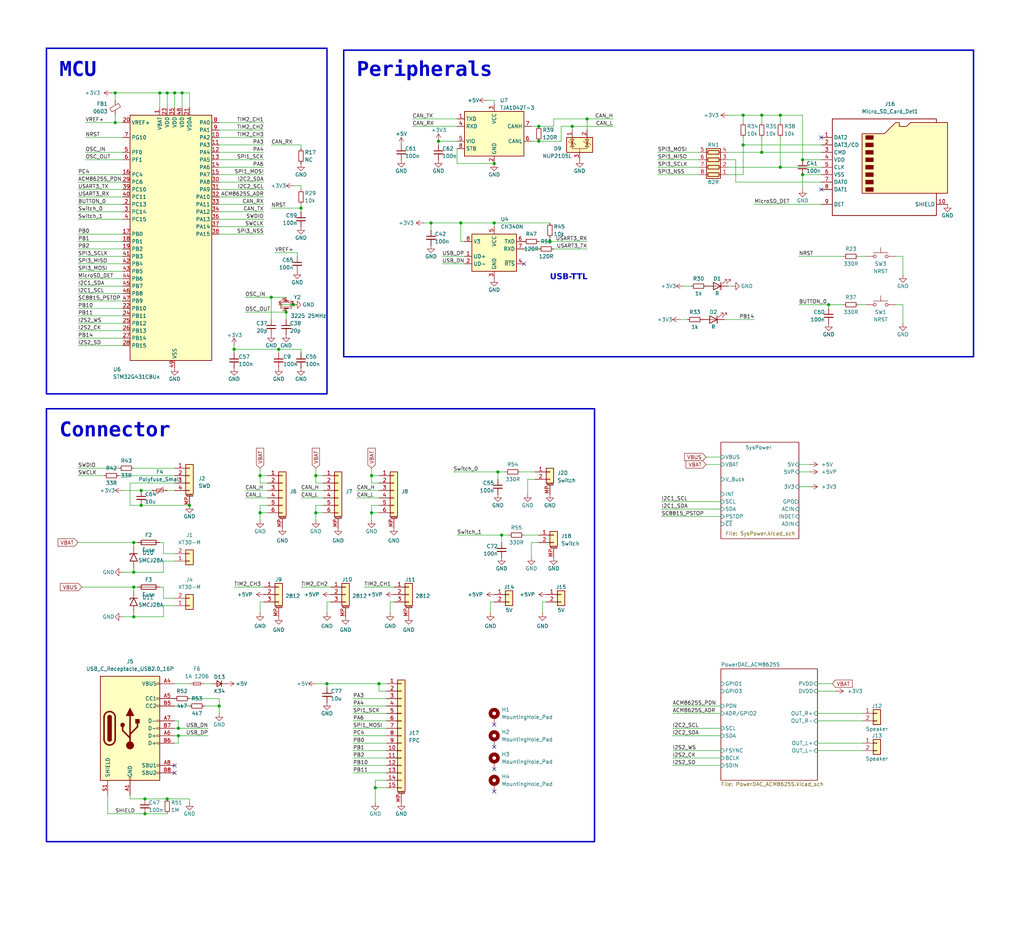
<source format=kicad_sch>
(kicad_sch (version 20231120) (generator "eeschema") (generator_version "8.0")
  (paper "User" 350 320)
  (junction (at 62.23 31.75))
  (junction (at 74.93 241.3))
  (junction (at 187.96 82.55))
  (junction (at 184.15 43.18))
  (junction (at 184.15 48.26))
  (junction (at 254 49.53))
  (junction (at 274.32 59.69))
  (junction (at 260.35 39.37))
  (junction (at 266.7 39.37))
  (junction (at 59.69 31.75))
  (junction (at 39.37 41.91))
  (junction (at 171.45 182.88))
  (junction (at 127 162.56))
  (junction (at 92.71 101.6))
  (junction (at 111.76 233.68))
  (junction (at 266.7 57.15))
  (junction (at 200.66 40.64))
  (junction (at 95.25 119.38))
  (junction (at 48.26 172.72))
  (junction (at 57.15 273.05))
  (junction (at 128.27 269.24))
  (junction (at 147.32 76.2))
  (junction (at 49.53 273.05))
  (junction (at 60.96 248.92))
  (junction (at 195.58 43.18))
  (junction (at 100.33 104.14))
  (junction (at 49.53 278.13))
  (junction (at 170.18 161.29))
  (junction (at 48.26 167.64))
  (junction (at 45.72 195.58))
  (junction (at 107.95 162.56))
  (junction (at 45.72 185.42))
  (junction (at 254 39.37))
  (junction (at 45.72 210.82))
  (junction (at 168.91 55.88))
  (junction (at 127 175.26))
  (junction (at 80.01 119.38))
  (junction (at 129.54 233.68))
  (junction (at 54.61 31.75))
  (junction (at 283.21 104.14))
  (junction (at 274.32 54.61))
  (junction (at 260.35 52.07))
  (junction (at 57.15 31.75))
  (junction (at 88.9 162.56))
  (junction (at 88.9 175.26))
  (junction (at 107.95 175.26))
  (junction (at 157.48 76.2))
  (junction (at 45.72 200.66))
  (junction (at 60.96 251.46))
  (junction (at 64.77 172.72))
  (junction (at 102.87 71.12))
  (junction (at 39.37 31.75))
  (junction (at 97.79 106.68))
  (junction (at 168.91 76.2))
  (junction (at 149.86 48.26))
  (no_connect (at 168.91 255.27))
  (no_connect (at 280.67 64.77))
  (no_connect (at 168.91 270.51))
  (no_connect (at 168.91 262.89))
  (no_connect (at 280.67 46.99))
  (no_connect (at 179.07 90.17))
  (no_connect (at 59.69 261.62))
  (no_connect (at 59.69 264.16))
  (no_connect (at 168.91 247.65))
  (wire (pts (xy 39.37 31.75) (xy 54.61 31.75)))
  (wire (pts (xy 26.67 160.02) (xy 40.64 160.02)))
  (wire (pts (xy 29.21 46.99) (xy 41.91 46.99)))
  (wire (pts (xy 107.95 233.68) (xy 111.76 233.68)))
  (wire (pts (xy 154.94 161.29) (xy 170.18 161.29)))
  (wire (pts (xy 44.45 271.78) (xy 44.45 273.05)))
  (wire (pts (xy 129.54 233.68) (xy 132.08 233.68)))
  (wire (pts (xy 229.87 243.84) (xy 246.38 243.84)))
  (wire (pts (xy 39.37 41.91) (xy 41.91 41.91)))
  (wire (pts (xy 180.34 168.91) (xy 180.34 163.83)))
  (wire (pts (xy 80.01 119.38) (xy 95.25 119.38)))
  (wire (pts (xy 308.61 87.63) (xy 308.61 93.98)))
  (wire (pts (xy 184.15 82.55) (xy 187.96 82.55)))
  (wire (pts (xy 189.23 40.64) (xy 189.23 43.18)))
  (wire (pts (xy 83.82 101.6) (xy 92.71 101.6)))
  (wire (pts (xy 80.01 118.11) (xy 80.01 119.38)))
  (wire (pts (xy 132.08 266.7) (xy 128.27 266.7)))
  (wire (pts (xy 59.69 31.75) (xy 62.23 31.75)))
  (wire (pts (xy 55.88 200.66) (xy 54.61 200.66)))
  (wire (pts (xy 120.65 243.84) (xy 132.08 243.84)))
  (wire (pts (xy 200.66 40.64) (xy 209.55 40.64)))
  (wire (pts (xy 60.96 254) (xy 60.96 251.46)))
  (wire (pts (xy 170.18 161.29) (xy 170.18 163.83)))
  (wire (pts (xy 224.79 57.15) (xy 238.76 57.15)))
  (wire (pts (xy 26.67 100.33) (xy 41.91 100.33)))
  (wire (pts (xy 110.49 165.1) (xy 107.95 165.1)))
  (wire (pts (xy 44.45 273.05) (xy 49.53 273.05)))
  (wire (pts (xy 172.72 161.29) (xy 170.18 161.29)))
  (wire (pts (xy 27.94 200.66) (xy 45.72 200.66)))
  (wire (pts (xy 26.67 107.95) (xy 41.91 107.95)))
  (wire (pts (xy 91.44 172.72) (xy 88.9 172.72)))
  (wire (pts (xy 189.23 40.64) (xy 200.66 40.64)))
  (wire (pts (xy 80.01 119.38) (xy 80.01 120.65)))
  (wire (pts (xy 45.72 160.02) (xy 59.69 160.02)))
  (wire (pts (xy 248.92 39.37) (xy 254 39.37)))
  (wire (pts (xy 60.96 246.38) (xy 60.96 248.92)))
  (wire (pts (xy 74.93 69.85) (xy 90.17 69.85)))
  (wire (pts (xy 229.87 251.46) (xy 246.38 251.46)))
  (wire (pts (xy 88.9 172.72) (xy 88.9 175.26)))
  (wire (pts (xy 54.61 31.75) (xy 54.61 36.83)))
  (wire (pts (xy 229.87 241.3) (xy 246.38 241.3)))
  (wire (pts (xy 186.69 205.74) (xy 185.42 205.74)))
  (wire (pts (xy 189.23 43.18) (xy 184.15 43.18)))
  (wire (pts (xy 127 175.26) (xy 127 177.8)))
  (wire (pts (xy 187.96 81.28) (xy 187.96 82.55)))
  (wire (pts (xy 140.97 40.64) (xy 156.21 40.64)))
  (wire (pts (xy 64.77 273.05) (xy 64.77 274.32)))
  (wire (pts (xy 88.9 175.26) (xy 88.9 177.8)))
  (wire (pts (xy 80.01 200.66) (xy 90.17 200.66)))
  (wire (pts (xy 26.67 90.17) (xy 41.91 90.17)))
  (wire (pts (xy 111.76 205.74) (xy 111.76 209.55)))
  (wire (pts (xy 60.96 248.92) (xy 71.12 248.92)))
  (wire (pts (xy 279.4 236.22) (xy 285.75 236.22)))
  (wire (pts (xy 74.93 54.61) (xy 90.17 54.61)))
  (wire (pts (xy 226.06 176.53) (xy 246.38 176.53)))
  (wire (pts (xy 54.61 31.75) (xy 57.15 31.75)))
  (wire (pts (xy 246.38 158.75) (xy 241.3 158.75)))
  (wire (pts (xy 168.91 205.74) (xy 167.64 205.74)))
  (wire (pts (xy 120.65 254) (xy 132.08 254)))
  (wire (pts (xy 177.8 161.29) (xy 182.88 161.29)))
  (wire (pts (xy 185.42 205.74) (xy 185.42 209.55)))
  (wire (pts (xy 93.98 86.36) (xy 101.6 86.36)))
  (wire (pts (xy 107.95 175.26) (xy 110.49 175.26)))
  (wire (pts (xy 26.67 110.49) (xy 41.91 110.49)))
  (wire (pts (xy 88.9 175.26) (xy 91.44 175.26)))
  (wire (pts (xy 69.85 241.3) (xy 74.93 241.3)))
  (wire (pts (xy 279.4 254) (xy 294.64 254)))
  (wire (pts (xy 49.53 278.13) (xy 57.15 278.13)))
  (wire (pts (xy 134.62 205.74) (xy 133.35 205.74)))
  (wire (pts (xy 168.91 76.2) (xy 157.48 76.2)))
  (wire (pts (xy 226.06 171.45) (xy 246.38 171.45)))
  (wire (pts (xy 128.27 266.7) (xy 128.27 269.24)))
  (wire (pts (xy 57.15 167.64) (xy 59.69 167.64)))
  (wire (pts (xy 233.68 97.79) (xy 236.22 97.79)))
  (wire (pts (xy 44.45 172.72) (xy 48.26 172.72)))
  (wire (pts (xy 120.65 264.16) (xy 132.08 264.16)))
  (wire (pts (xy 129.54 236.22) (xy 129.54 233.68)))
  (wire (pts (xy 95.25 119.38) (xy 95.25 120.65)))
  (wire (pts (xy 102.87 119.38) (xy 102.87 120.65)))
  (wire (pts (xy 74.93 77.47) (xy 90.17 77.47)))
  (wire (pts (xy 229.87 248.92) (xy 246.38 248.92)))
  (wire (pts (xy 88.9 205.74) (xy 88.9 209.55)))
  (wire (pts (xy 266.7 46.99) (xy 266.7 57.15)))
  (wire (pts (xy 40.64 162.56) (xy 59.69 162.56)))
  (wire (pts (xy 254 39.37) (xy 260.35 39.37)))
  (wire (pts (xy 200.66 40.64) (xy 200.66 44.45)))
  (wire (pts (xy 107.95 175.26) (xy 107.95 177.8)))
  (wire (pts (xy 26.67 74.93) (xy 41.91 74.93)))
  (wire (pts (xy 279.4 246.38) (xy 294.64 246.38)))
  (wire (pts (xy 102.87 200.66) (xy 113.03 200.66)))
  (wire (pts (xy 229.87 256.54) (xy 246.38 256.54)))
  (wire (pts (xy 241.3 156.21) (xy 246.38 156.21)))
  (wire (pts (xy 26.67 87.63) (xy 41.91 87.63)))
  (wire (pts (xy 168.91 34.29) (xy 168.91 35.56)))
  (wire (pts (xy 257.81 69.85) (xy 280.67 69.85)))
  (wire (pts (xy 111.76 233.68) (xy 129.54 233.68)))
  (wire (pts (xy 181.61 185.42) (xy 184.15 185.42)))
  (wire (pts (xy 293.37 87.63) (xy 295.91 87.63)))
  (wire (pts (xy 92.71 101.6) (xy 97.79 101.6)))
  (wire (pts (xy 224.79 59.69) (xy 238.76 59.69)))
  (wire (pts (xy 156.21 50.8) (xy 156.21 55.88)))
  (wire (pts (xy 92.71 101.6) (xy 92.71 109.22)))
  (wire (pts (xy 129.54 172.72) (xy 127 172.72)))
  (wire (pts (xy 29.21 54.61) (xy 41.91 54.61)))
  (wire (pts (xy 151.13 90.17) (xy 158.75 90.17)))
  (wire (pts (xy 41.91 195.58) (xy 45.72 195.58)))
  (wire (pts (xy 120.65 261.62) (xy 132.08 261.62)))
  (wire (pts (xy 59.69 189.23) (xy 55.88 189.23)))
  (wire (pts (xy 74.93 241.3) (xy 74.93 243.84)))
  (wire (pts (xy 26.67 64.77) (xy 41.91 64.77)))
  (wire (pts (xy 55.88 185.42) (xy 54.61 185.42)))
  (wire (pts (xy 62.23 31.75) (xy 62.23 36.83)))
  (wire (pts (xy 26.67 118.11) (xy 41.91 118.11)))
  (wire (pts (xy 229.87 259.08) (xy 246.38 259.08)))
  (wire (pts (xy 147.32 76.2) (xy 147.32 78.74)))
  (wire (pts (xy 191.77 43.18) (xy 191.77 48.26)))
  (wire (pts (xy 107.95 160.02) (xy 107.95 162.56)))
  (wire (pts (xy 49.53 273.05) (xy 57.15 273.05)))
  (wire (pts (xy 64.77 238.76) (xy 74.93 238.76)))
  (wire (pts (xy 279.4 233.68) (xy 284.48 233.68)))
  (wire (pts (xy 55.88 189.23) (xy 55.88 185.42)))
  (wire (pts (xy 273.05 104.14) (xy 283.21 104.14)))
  (wire (pts (xy 102.87 71.12) (xy 102.87 72.39)))
  (wire (pts (xy 74.93 41.91) (xy 90.17 41.91)))
  (wire (pts (xy 64.77 31.75) (xy 64.77 36.83)))
  (wire (pts (xy 26.67 92.71) (xy 41.91 92.71)))
  (wire (pts (xy 74.93 80.01) (xy 90.17 80.01)))
  (wire (pts (xy 45.72 210.82) (xy 45.72 209.55)))
  (wire (pts (xy 129.54 167.64) (xy 121.92 167.64)))
  (wire (pts (xy 132.08 236.22) (xy 129.54 236.22)))
  (wire (pts (xy 184.15 48.26) (xy 191.77 48.26)))
  (wire (pts (xy 59.69 248.92) (xy 60.96 248.92)))
  (wire (pts (xy 92.71 71.12) (xy 102.87 71.12)))
  (wire (pts (xy 39.37 39.37) (xy 39.37 41.91)))
  (wire (pts (xy 74.93 72.39) (xy 90.17 72.39)))
  (wire (pts (xy 127 175.26) (xy 129.54 175.26)))
  (wire (pts (xy 120.65 259.08) (xy 132.08 259.08)))
  (wire (pts (xy 26.67 85.09) (xy 41.91 85.09)))
  (wire (pts (xy 88.9 160.02) (xy 88.9 162.56)))
  (wire (pts (xy 120.65 248.92) (xy 132.08 248.92)))
  (wire (pts (xy 127 160.02) (xy 127 162.56)))
  (wire (pts (xy 226.06 173.99) (xy 246.38 173.99)))
  (wire (pts (xy 224.79 54.61) (xy 238.76 54.61)))
  (wire (pts (xy 92.71 49.53) (xy 102.87 49.53)))
  (wire (pts (xy 260.35 52.07) (xy 280.67 52.07)))
  (wire (pts (xy 26.67 113.03) (xy 41.91 113.03)))
  (wire (pts (xy 179.07 182.88) (xy 184.15 182.88)))
  (wire (pts (xy 266.7 57.15) (xy 280.67 57.15)))
  (wire (pts (xy 266.7 39.37) (xy 274.32 39.37)))
  (wire (pts (xy 124.46 200.66) (xy 134.62 200.66)))
  (wire (pts (xy 74.93 238.76) (xy 74.93 241.3)))
  (wire (pts (xy 279.4 243.84) (xy 294.64 243.84)))
  (wire (pts (xy 74.93 46.99) (xy 90.17 46.99)))
  (wire (pts (xy 74.93 59.69) (xy 90.17 59.69)))
  (wire (pts (xy 184.15 43.18) (xy 181.61 43.18)))
  (wire (pts (xy 74.93 64.77) (xy 90.17 64.77)))
  (wire (pts (xy 229.87 261.62) (xy 246.38 261.62)))
  (wire (pts (xy 274.32 54.61) (xy 280.67 54.61)))
  (wire (pts (xy 36.83 278.13) (xy 49.53 278.13)))
  (wire (pts (xy 26.67 69.85) (xy 41.91 69.85)))
  (wire (pts (xy 306.07 104.14) (xy 308.61 104.14)))
  (wire (pts (xy 195.58 43.18) (xy 209.55 43.18)))
  (wire (pts (xy 266.7 39.37) (xy 266.7 41.91)))
  (wire (pts (xy 293.37 104.14) (xy 295.91 104.14)))
  (wire (pts (xy 59.69 31.75) (xy 59.69 36.83)))
  (wire (pts (xy 273.05 166.37) (xy 276.86 166.37)))
  (wire (pts (xy 100.33 63.5) (xy 102.87 63.5)))
  (wire (pts (xy 88.9 165.1) (xy 88.9 162.56)))
  (wire (pts (xy 149.86 48.26) (xy 156.21 48.26)))
  (wire (pts (xy 46.99 200.66) (xy 45.72 200.66)))
  (wire (pts (xy 74.93 62.23) (xy 90.17 62.23)))
  (wire (pts (xy 95.25 119.38) (xy 102.87 119.38)))
  (wire (pts (xy 59.69 246.38) (xy 60.96 246.38)))
  (wire (pts (xy 129.54 170.18) (xy 121.92 170.18)))
  (wire (pts (xy 232.41 109.22) (xy 234.95 109.22)))
  (wire (pts (xy 26.67 102.87) (xy 41.91 102.87)))
  (wire (pts (xy 283.21 104.14) (xy 283.21 105.41)))
  (wire (pts (xy 107.95 172.72) (xy 107.95 175.26)))
  (wire (pts (xy 97.79 106.68) (xy 97.79 109.22)))
  (wire (pts (xy 283.21 104.14) (xy 288.29 104.14)))
  (wire (pts (xy 26.67 185.42) (xy 45.72 185.42)))
  (wire (pts (xy 250.19 97.79) (xy 248.92 97.79)))
  (wire (pts (xy 107.95 165.1) (xy 107.95 162.56)))
  (wire (pts (xy 26.67 162.56) (xy 35.56 162.56)))
  (wire (pts (xy 257.81 109.22) (xy 247.65 109.22)))
  (wire (pts (xy 260.35 39.37) (xy 266.7 39.37)))
  (wire (pts (xy 171.45 182.88) (xy 171.45 185.42)))
  (wire (pts (xy 156.21 182.88) (xy 171.45 182.88)))
  (wire (pts (xy 147.32 76.2) (xy 157.48 76.2)))
  (wire (pts (xy 156.21 55.88) (xy 168.91 55.88)))
  (wire (pts (xy 26.67 80.01) (xy 41.91 80.01)))
  (wire (pts (xy 74.93 52.07) (xy 90.17 52.07)))
  (wire (pts (xy 26.67 82.55) (xy 41.91 82.55)))
  (wire (pts (xy 133.35 205.74) (xy 133.35 209.55)))
  (wire (pts (xy 29.21 41.91) (xy 39.37 41.91)))
  (wire (pts (xy 29.21 52.07) (xy 41.91 52.07)))
  (wire (pts (xy 140.97 43.18) (xy 156.21 43.18)))
  (wire (pts (xy 157.48 76.2) (xy 157.48 82.55)))
  (wire (pts (xy 26.67 105.41) (xy 41.91 105.41)))
  (wire (pts (xy 273.05 87.63) (xy 288.29 87.63)))
  (wire (pts (xy 44.45 165.1) (xy 59.69 165.1)))
  (wire (pts (xy 74.93 44.45) (xy 90.17 44.45)))
  (wire (pts (xy 48.26 172.72) (xy 64.77 172.72)))
  (wire (pts (xy 45.72 195.58) (xy 45.72 194.31)))
  (wire (pts (xy 59.69 254) (xy 60.96 254)))
  (wire (pts (xy 167.64 205.74) (xy 167.64 209.55)))
  (wire (pts (xy 110.49 170.18) (xy 102.87 170.18)))
  (wire (pts (xy 120.65 256.54) (xy 132.08 256.54)))
  (wire (pts (xy 127 162.56) (xy 129.54 162.56)))
  (wire (pts (xy 151.13 87.63) (xy 158.75 87.63)))
  (wire (pts (xy 254 46.99) (xy 254 49.53)))
  (wire (pts (xy 195.58 43.18) (xy 195.58 44.45)))
  (wire (pts (xy 101.6 86.36) (xy 101.6 87.63)))
  (wire (pts (xy 149.86 48.26) (xy 149.86 49.53)))
  (wire (pts (xy 55.88 195.58) (xy 45.72 195.58)))
  (wire (pts (xy 39.37 31.75) (xy 39.37 34.29)))
  (wire (pts (xy 113.03 205.74) (xy 111.76 205.74)))
  (wire (pts (xy 260.35 39.37) (xy 260.35 41.91)))
  (wire (pts (xy 74.93 57.15) (xy 90.17 57.15)))
  (wire (pts (xy 26.67 67.31) (xy 41.91 67.31)))
  (wire (pts (xy 88.9 162.56) (xy 91.44 162.56)))
  (wire (pts (xy 129.54 165.1) (xy 127 165.1)))
  (wire (pts (xy 48.26 167.64) (xy 52.07 167.64)))
  (wire (pts (xy 274.32 39.37) (xy 274.32 54.61)))
  (wire (pts (xy 166.37 34.29) (xy 168.91 34.29)))
  (wire (pts (xy 128.27 269.24) (xy 132.08 269.24)))
  (wire (pts (xy 45.72 185.42) (xy 45.72 186.69)))
  (wire (pts (xy 36.83 271.78) (xy 36.83 278.13)))
  (wire (pts (xy 91.44 167.64) (xy 83.82 167.64)))
  (wire (pts (xy 102.87 63.5) (xy 102.87 64.77)))
  (wire (pts (xy 83.82 106.68) (xy 97.79 106.68)))
  (wire (pts (xy 26.67 72.39) (xy 41.91 72.39)))
  (wire (pts (xy 181.61 48.26) (xy 184.15 48.26)))
  (wire (pts (xy 157.48 82.55) (xy 158.75 82.55)))
  (wire (pts (xy 191.77 43.18) (xy 195.58 43.18)))
  (wire (pts (xy 127 165.1) (xy 127 162.56)))
  (wire (pts (xy 273.05 161.29) (xy 276.86 161.29)))
  (wire (pts (xy 251.46 54.61) (xy 251.46 62.23)))
  (wire (pts (xy 38.1 31.75) (xy 39.37 31.75)))
  (wire (pts (xy 273.05 158.75) (xy 276.86 158.75)))
  (wire (pts (xy 144.78 76.2) (xy 147.32 76.2)))
  (wire (pts (xy 251.46 62.23) (xy 280.67 62.23)))
  (wire (pts (xy 120.65 238.76) (xy 132.08 238.76)))
  (wire (pts (xy 107.95 162.56) (xy 110.49 162.56)))
  (wire (pts (xy 26.67 62.23) (xy 41.91 62.23)))
  (wire (pts (xy 173.99 182.88) (xy 171.45 182.88)))
  (wire (pts (xy 254 49.53) (xy 254 59.69)))
  (wire (pts (xy 254 39.37) (xy 254 41.91)))
  (wire (pts (xy 95.25 104.14) (xy 100.33 104.14)))
  (wire (pts (xy 168.91 76.2) (xy 187.96 76.2)))
  (wire (pts (xy 187.96 82.55) (xy 200.66 82.55)))
  (wire (pts (xy 59.69 241.3) (xy 64.77 241.3)))
  (wire (pts (xy 308.61 104.14) (xy 308.61 110.49)))
  (wire (pts (xy 128.27 269.24) (xy 128.27 274.32)))
  (wire (pts (xy 120.65 251.46) (xy 132.08 251.46)))
  (wire (pts (xy 90.17 205.74) (xy 88.9 205.74)))
  (wire (pts (xy 55.88 204.47) (xy 55.88 200.66)))
  (wire (pts (xy 59.69 251.46) (xy 60.96 251.46)))
  (wire (pts (xy 120.65 241.3) (xy 132.08 241.3)))
  (wire (pts (xy 248.92 59.69) (xy 254 59.69)))
  (wire (pts (xy 41.91 167.64) (xy 48.26 167.64)))
  (wire (pts (xy 274.32 59.69) (xy 274.32 64.77)))
  (wire (pts (xy 189.23 85.09) (xy 200.66 85.09)))
  (wire (pts (xy 279.4 256.54) (xy 294.64 256.54)))
  (wire (pts (xy 102.87 49.53) (xy 102.87 50.8)))
  (wire (pts (xy 74.93 67.31) (xy 90.17 67.31)))
  (wire (pts (xy 248.92 52.07) (xy 260.35 52.07)))
  (wire (pts (xy 127 172.72) (xy 127 175.26)))
  (wire (pts (xy 111.76 233.68) (xy 111.76 234.95)))
  (wire (pts (xy 60.96 251.46) (xy 71.12 251.46)))
  (wire (pts (xy 120.65 246.38) (xy 132.08 246.38)))
  (wire (pts (xy 55.88 191.77) (xy 55.88 195.58)))
  (wire (pts (xy 41.91 210.82) (xy 45.72 210.82)))
  (wire (pts (xy 59.69 191.77) (xy 55.88 191.77)))
  (wire (pts (xy 248.92 57.15) (xy 266.7 57.15)))
  (wire (pts (xy 179.07 85.09) (xy 184.15 85.09)))
  (wire (pts (xy 57.15 31.75) (xy 57.15 36.83)))
  (wire (pts (xy 102.87 69.85) (xy 102.87 71.12)))
  (wire (pts (xy 274.32 59.69) (xy 280.67 59.69)))
  (wire (pts (xy 57.15 273.05) (xy 64.77 273.05)))
  (wire (pts (xy 26.67 97.79) (xy 41.91 97.79)))
  (wire (pts (xy 181.61 190.5) (xy 181.61 185.42)))
  (wire (pts (xy 260.35 46.99) (xy 260.35 52.07)))
  (wire (pts (xy 74.93 49.53) (xy 90.17 49.53)))
  (wire (pts (xy 110.49 172.72) (xy 107.95 172.72)))
  (wire (pts (xy 69.85 233.68) (xy 72.39 233.68)))
  (wire (pts (xy 248.92 54.61) (xy 251.46 54.61)))
  (wire (pts (xy 26.67 95.25) (xy 41.91 95.25)))
  (wire (pts (xy 26.67 59.69) (xy 41.91 59.69)))
  (wire (pts (xy 59.69 204.47) (xy 55.88 204.47)))
  (wire (pts (xy 91.44 165.1) (xy 88.9 165.1)))
  (wire (pts (xy 306.07 87.63) (xy 308.61 87.63)))
  (wire (pts (xy 254 49.53) (xy 280.67 49.53)))
  (wire (pts (xy 62.23 31.75) (xy 64.77 31.75)))
  (wire (pts (xy 180.34 163.83) (xy 182.88 163.83)))
  (wire (pts (xy 59.69 233.68) (xy 64.77 233.68)))
  (wire (pts (xy 57.15 31.75) (xy 59.69 31.75)))
  (wire (pts (xy 168.91 77.47) (xy 168.91 76.2)))
  (wire (pts (xy 59.69 207.01) (xy 55.88 207.01)))
  (wire (pts (xy 46.99 185.42) (xy 45.72 185.42)))
  (wire (pts (xy 26.67 115.57) (xy 41.91 115.57)))
  (wire (pts (xy 44.45 165.1) (xy 44.45 172.72)))
  (wire (pts (xy 55.88 207.01) (xy 55.88 210.82)))
  (wire (pts (xy 224.79 52.07) (xy 238.76 52.07)))
  (wire (pts (xy 55.88 210.82) (xy 45.72 210.82)))
  (wire (pts (xy 110.49 167.64) (xy 102.87 167.64)))
  (wire (pts (xy 74.93 74.93) (xy 90.17 74.93)))
  (wire (pts (xy 45.72 200.66) (xy 45.72 201.93)))
  (wire (pts (xy 91.44 170.18) (xy 83.82 170.18)))
  (rectangle (start 15.875 139.7) (end 203.2 287.655) (stroke (width 0.5)))
  (rectangle (start 15.875 16.51) (end 111.76 134.62) (stroke (width 0.5)))
  (rectangle (start 117.475 17.145) (end 332.74 121.92) (stroke (width 0.5)))
  (text "Peripherals" (at 121.92 25.4 0) (effects (font (size 5 5) (thickness 0.6) (bold yes)) (justify left)))
  (text "USB-TTL" (at 187.96 96.52 0) (effects (font (size 2 2) (thickness 0.4) (bold yes)) (justify left bottom)))
  (text "MCU" (at 20.32 25.4 0) (effects (font (size 5 5) (thickness 0.6) (bold yes)) (justify left)))
  (text "Connector" (at 20.32 148.59 0) (effects (font (size 5 5) (thickness 0.6) (bold yes)) (justify left)))
  (label "PA6" (at 120.65 246.38 0))
  (label "OSC_OUT" (at 29.21 54.61 0))
  (label "Switch_1" (at 26.67 74.93 0))
  (label "TIM2_CH2" (at 102.87 200.66 0))
  (label "PB0" (at 120.65 254 0))
  (label "PB0" (at 26.67 80.01 0))
  (label "I2S2_CK" (at 26.67 113.03 0))
  (label "NRST" (at 29.21 46.99 0))
  (label "TIM2_CH1" (at 124.46 200.66 0))
  (label "PB1" (at 26.67 82.55 0))
  (label "CAN_TX" (at 90.17 72.39 180))
  (label "SC8815_PSTOP" (at 226.06 176.53 0))
  (label "SPI1_MOSI" (at 120.65 248.92 0))
  (label "I2C2_SCL" (at 90.17 64.77 180))
  (label "ACM8625S_ADR" (at 90.17 67.31 180))
  (label "USART3_RX" (at 200.66 82.55 180))
  (label "PA4" (at 90.17 52.07 180))
  (label "BUTTON_0" (at 26.67 69.85 0))
  (label "PB10" (at 120.65 261.62 0))
  (label "SWCLK" (at 26.67 162.56 0))
  (label "VREF+" (at 93.98 86.36 0))
  (label "USB_DN" (at 71.12 248.92 180))
  (label "I2C2_SCL" (at 229.87 248.92 0))
  (label "PB11" (at 120.65 264.16 0))
  (label "PC4" (at 26.67 59.69 0))
  (label "USB_DP" (at 71.12 251.46 180))
  (label "NRST" (at 92.71 71.12 0))
  (label "NRST" (at 273.05 87.63 0))
  (label "Switch_1" (at 156.21 182.88 0))
  (label "USB_DP" (at 151.13 87.63 0))
  (label "PA4" (at 120.65 241.3 0))
  (label "PC4" (at 120.65 251.46 0))
  (label "PA3" (at 120.65 238.76 0))
  (label "BUTTON_0" (at 273.05 104.14 0))
  (label "TIM2_CH3" (at 90.17 46.99 180))
  (label "SPI3_NSS" (at 90.17 80.01 180))
  (label "I2S2_SD" (at 26.67 118.11 0))
  (label "PB14" (at 26.67 115.57 0))
  (label "CAN_RX" (at 140.97 43.18 0))
  (label "CAN_L" (at 83.82 170.18 0))
  (label "CAN_L" (at 102.87 170.18 0))
  (label "I2C2_SDA" (at 229.87 251.46 0))
  (label "I2C1_SDA" (at 26.67 97.79 0))
  (label "USART3_TX" (at 200.66 85.09 180))
  (label "CAN_RX" (at 90.17 69.85 180))
  (label "SPI3_MISO" (at 224.79 54.61 0))
  (label "SPI3_NSS" (at 224.79 59.69 0))
  (label "Switch_0" (at 154.94 161.29 0))
  (label "I2C1_SCL" (at 26.67 100.33 0))
  (label "USART3_TX" (at 26.67 64.77 0))
  (label "CAN_RX" (at 92.71 49.53 0))
  (label "PB2" (at 26.67 85.09 0))
  (label "SPI1_SCK" (at 120.65 243.84 0))
  (label "PB14" (at 257.81 109.22 180))
  (label "SC8815_PSTOP" (at 26.67 102.87 0))
  (label "CAN_L" (at 121.92 170.18 0))
  (label "SHIELD" (at 39.37 278.13 0))
  (label "SPI3_SCLK" (at 26.67 87.63 0))
  (label "I2S2_WS" (at 26.67 110.49 0))
  (label "OSC_IN" (at 29.21 52.07 0))
  (label "PA3" (at 90.17 49.53 180))
  (label "I2S2_WS" (at 229.87 256.54 0))
  (label "Switch_0" (at 26.67 72.39 0))
  (label "I2C1_SDA" (at 226.06 173.99 0))
  (label "PB11" (at 26.67 107.95 0))
  (label "I2C2_SDA" (at 90.17 62.23 180))
  (label "USB_DN" (at 151.13 90.17 0))
  (label "ACM8625S_PDN" (at 229.87 241.3 0))
  (label "SPI1_MOSI" (at 90.17 59.69 180))
  (label "VREF+" (at 29.21 41.91 0))
  (label "CAN_H" (at 209.55 40.64 180))
  (label "SWDIO" (at 90.17 74.93 180))
  (label "MicroSD_DET" (at 257.81 69.85 0))
  (label "TIM2_CH3" (at 80.01 200.66 0))
  (label "TIM2_CH2" (at 90.17 44.45 180))
  (label "OSC_IN" (at 83.82 101.6 0))
  (label "PB1" (at 120.65 256.54 0))
  (label "CAN_H" (at 121.92 167.64 0))
  (label "ACM8625S_PDN" (at 26.67 62.23 0))
  (label "CAN_H" (at 83.82 167.64 0))
  (label "OSC_OUT" (at 83.82 106.68 0))
  (label "SPI3_MISO" (at 26.67 90.17 0))
  (label "SPI3_MOSI" (at 26.67 92.71 0))
  (label "SWCLK" (at 90.17 77.47 180))
  (label "SPI3_MOSI" (at 224.79 52.07 0))
  (label "CAN_TX" (at 140.97 40.64 0))
  (label "PA6" (at 90.17 57.15 180))
  (label "SPI1_SCK" (at 90.17 54.61 180))
  (label "SWDIO" (at 26.67 160.02 0))
  (label "PB2" (at 120.65 259.08 0))
  (label "SPI3_SCLK" (at 224.79 57.15 0))
  (label "TIM2_CH1" (at 90.17 41.91 180))
  (label "I2C1_SCL" (at 226.06 171.45 0))
  (label "CAN_L" (at 209.55 43.18 180))
  (label "MicroSD_DET" (at 26.67 95.25 0))
  (label "CAN_H" (at 102.87 167.64 0))
  (label "PB10" (at 26.67 105.41 0))
  (label "ACM8625S_ADR" (at 229.87 243.84 0))
  (label "I2S2_SD" (at 229.87 261.62 0))
  (label "USART3_RX" (at 26.67 67.31 0))
  (label "I2S2_CK" (at 229.87 259.08 0))
  (global_label "VBAT" (shape input) (at 284.48 233.68 0) (property "Intersheetrefs" "${INTERSHEET_REFS}" (effects (hide yes))))
  (global_label "VBAT" (shape input) (at 241.3 158.75 180) (property "Intersheetrefs" "${INTERSHEET_REFS}" (effects (hide yes))))
  (global_label "VBAT" (shape input) (at 127 160.02 90) (property "Intersheetrefs" "${INTERSHEET_REFS}" (effects (hide yes))))
  (global_label "VBUS" (shape input) (at 241.3 156.21 180) (property "Intersheetrefs" "${INTERSHEET_REFS}" (effects (hide yes))))
  (global_label "VBAT" (shape input) (at 107.95 160.02 90) (property "Intersheetrefs" "${INTERSHEET_REFS}" (effects (hide yes))))
  (global_label "VBAT" (shape input) (at 26.67 185.42 180) (property "Intersheetrefs" "${INTERSHEET_REFS}" (effects (hide yes))))
  (global_label "VBUS" (shape input) (at 27.94 200.66 180) (property "Intersheetrefs" "${INTERSHEET_REFS}" (effects (hide yes))))
  (global_label "VBAT" (shape input) (at 88.9 160.02 90) (property "Intersheetrefs" "${INTERSHEET_REFS}" (effects (hide yes))))
  (symbol (lib_id "Device:C_Small") (at 102.87 74.93 0) (mirror y) (unit 1)
    (property "Reference" "C59" (at 101.6 73.66 0) (effects (justify left)))
    (property "Value" "100n" (at 101.6 76.2 0) (effects (justify left)))
    (property "Footprint" "Capacitor_SMD:C_0603_1608Metric" (effects (hide yes)))
  )
  (symbol (lib_id "power:GND") (at 80.01 125.73 0) (mirror y) (unit 1)
    (property "Reference" "#PWR055" (effects (hide yes)))
    (property "Value" "GND" (at 80.01 129.54 0))
    (property "Description" "Power symbol creates a global label with name \"GND\" , ground" (effects (hide yes)))
  )
  (symbol (lib_id "power:+5V") (at 137.16 49.53 0) (unit 1)
    (property "Reference" "#PWR069" (effects (hide yes)))
    (property "Value" "+5V" (at 137.16 45.72 0))
  )
  (symbol (lib_id "Interface_USB:CH330N") (at 168.91 85.09 0) (unit 1)
    (property "Reference" "U4" (at 171.1041 74.93 0) (effects (justify left)))
    (property "Value" "CH340N" (at 171.1041 77.47 0) (effects (justify left)))
    (property "Footprint" "Package_SO:SOIC-8_3.9x4.9mm_P1.27mm" (effects (hide yes)))
    (property "Datasheet" "http://www.wch.cn/downloads/file/240.html" (effects (hide yes)))
  )
  (symbol (lib_id "power:+5VP") (at 90.17 203.2 90) (unit 1)
    (property "Reference" "#PWR050" (effects (hide yes)))
    (property "Value" "+5VP" (at 86.36 203.1999 90) (effects (justify left)))
    (property "Description" "Power symbol creates a global label with name \"+5VP\"" (effects (hide yes)))
  )
  (symbol (lib_id "power:GND") (at 74.93 243.84 0) (unit 1)
    (property "Reference" "#PWR0119" (effects (hide yes)))
    (property "Value" "GND" (at 74.93 247.65 0))
  )
  (symbol (lib_id "power:GND") (at 283.21 110.49 0) (unit 1)
    (property "Reference" "#PWR066" (effects (hide yes)))
    (property "Value" "GND" (at 283.21 114.3 0))
  )
  (symbol (lib_id "Device:C_Small") (at 95.25 123.19 0) (unit 1)
    (property "Reference" "C9" (at 96.774 121.92 0) (effects (justify left)))
    (property "Value" "100n" (at 96.774 124.46 0) (effects (justify left)))
    (property "Footprint" "Capacitor_SMD:C_0603_1608Metric" (effects (hide yes)))
    (property "Description" "Unpolarized capacitor, small symbol" (effects (hide yes)))
  )
  (symbol (lib_id "Connector_Generic_MountingPin:Conn_01x02_MountingPin") (at 187.96 161.29 0) (unit 1)
    (property "Reference" "J20" (at 190.5 161.6455 0) (effects (justify left)))
    (property "Value" "Switch" (at 190.5 164.1855 0) (effects (justify left)))
    (property "Footprint" "Connector_JST:JST_GH_BM02B-GHS-TBT_1x02-1MP_P1.25mm_Vertical" (effects (hide yes)))
    (property "Description" "Generic connectable mounting pin connector, single row, 01x02, script generated (kicad-library-utils/schlib/autogen/connector/)" (effects (hide yes)))
  )
  (symbol (lib_id "power:GND") (at 97.79 114.3 0) (unit 1)
    (property "Reference" "#PWR030" (effects (hide yes)))
    (property "Value" "GND" (at 97.79 118.11 0))
  )
  (symbol (lib_id "power:GND") (at 96.52 180.34 0) (unit 1)
    (property "Reference" "#PWR015" (effects (hide yes)))
    (property "Value" "GND" (at 96.52 184.785 0))
  )
  (symbol (lib_id "power:GND") (at 102.87 125.73 0) (mirror y) (unit 1)
    (property "Reference" "#PWR044" (effects (hide yes)))
    (property "Value" "GND" (at 102.87 129.54 0))
    (property "Description" "Power symbol creates a global label with name \"GND\" , ground" (effects (hide yes)))
  )
  (symbol (lib_id "Device:R_Pack04") (at 243.84 54.61 90) (unit 1)
    (property "Reference" "RN1" (at 243.84 49.53 90))
    (property "Value" "82R" (at 243.84 62.23 90))
    (property "Footprint" "Resistor_SMD:R_Array_Concave_4x0603" (effects (hide yes)))
  )
  (symbol (lib_id "power:GND") (at 115.57 180.34 0) (unit 1)
    (property "Reference" "#PWR038" (effects (hide yes)))
    (property "Value" "GND" (at 115.57 184.785 0))
  )
  (symbol (lib_id "Device:C_Small") (at 48.26 170.18 0) (unit 1)
    (property "Reference" "C64" (at 49.53 168.91 0) (effects (justify left)))
    (property "Value" "10u" (at 49.53 171.45 0) (effects (justify left)))
    (property "Footprint" "Capacitor_SMD:C_0603_1608Metric" (effects (hide yes)))
  )
  (symbol (lib_id "Device:R_Small") (at 43.18 160.02 90) (unit 1)
    (property "Reference" "R43" (at 43.18 157.48 90))
    (property "Value" "33R" (at 43.18 162.56 90))
    (property "Footprint" "Resistor_SMD:R_0603_1608Metric" (effects (hide yes)))
  )
  (symbol (lib_id "power:GND") (at 88.9 209.55 0) (unit 1)
    (property "Reference" "#PWR051" (effects (hide yes)))
    (property "Value" "GND" (at 88.9 213.995 0))
  )
  (symbol (lib_id "power:+3V3") (at 233.68 97.79 90) (unit 1)
    (property "Reference" "#PWR064" (effects (hide yes)))
    (property "Value" "+3V3" (at 231.14 97.79 90) (effects (justify left)))
  )
  (symbol (lib_id "Device:R_Small") (at 181.61 82.55 90) (unit 1)
    (property "Reference" "R47" (at 181.61 80.01 90))
    (property "Value" "120R" (at 181.61 85.09 90))
    (property "Footprint" "Resistor_SMD:R_0603_1608Metric" (effects (hide yes)))
  )
  (symbol (lib_id "Connector_Generic:Conn_01x02") (at 64.77 207.01 0) (mirror x) (unit 1)
    (property "Reference" "J4" (at 64.77 198.12 0))
    (property "Value" "XT30-M" (at 64.77 200.66 0))
    (property "Footprint" "Connector_AMASS:AMASS_XT30PW-M_1x02_P2.50mm_Horizontal" (effects (hide yes)))
    (property "Description" "Generic connector, single row, 01x02, script generated (kicad-library-utils/schlib/autogen/connector/)" (effects (hide yes)))
  )
  (symbol (lib_id "Connector_Generic:Conn_01x02") (at 299.72 254 0) (unit 1)
    (property "Reference" "J13" (at 299.72 251.46 0))
    (property "Value" "Speaker" (at 299.72 259.334 0))
    (property "Footprint" "Connector_JST:JST_PH_B2B-PH-K_1x02_P2.00mm_Vertical" (effects (hide yes)))
    (property "Description" "Generic connector, single row, 01x02, script generated (kicad-library-utils/schlib/autogen/connector/)" (effects (hide yes)))
  )
  (symbol (lib_id "Device:R_Small") (at 238.76 97.79 90) (unit 1)
    (property "Reference" "R30" (at 238.76 95.25 90))
    (property "Value" "1k" (at 238.76 100.33 90))
    (property "Footprint" "Resistor_SMD:R_0603_1608Metric" (effects (hide yes)))
  )
  (symbol (lib_id "Connector_Generic_MountingPin:Conn_01x03_MountingPin") (at 118.11 203.2 0) (unit 1)
    (property "Reference" "J10" (at 116.84 198.12 0) (effects (justify left)))
    (property "Value" "2812" (at 120.396 203.708 0) (effects (justify left)))
    (property "Footprint" "Connector_JST:JST_PH_B3B-PH-K_1x03_P2.00mm_Vertical" (effects (hide yes)))
  )
  (symbol (lib_id "power:+5V") (at 166.37 34.29 90) (unit 1)
    (property "Reference" "#PWR073" (effects (hide yes)))
    (property "Value" "+5V" (at 163.83 34.29 90) (effects (justify left)))
  )
  (symbol (lib_id "power:+3V3") (at 100.33 63.5 90) (unit 1)
    (property "Reference" "#PWR060" (effects (hide yes)))
    (property "Value" "+3V3" (at 97.79 63.5 90) (effects (justify left)))
  )
  (symbol (lib_id "power:GND") (at 64.77 274.32 0) (unit 1)
    (property "Reference" "#PWR0116" (effects (hide yes)))
    (property "Value" "GND" (at 64.77 278.13 0))
  )
  (symbol (lib_id "power:+5VP") (at 113.03 203.2 90) (unit 1)
    (property "Reference" "#PWR053" (effects (hide yes)))
    (property "Value" "+5VP" (at 109.22 203.1999 90) (effects (justify left)))
    (property "Description" "Power symbol creates a global label with name \"+5VP\"" (effects (hide yes)))
  )
  (symbol (lib_id "Mechanical:MountingHole_Pad") (at 168.91 260.35 0) (unit 1) (exclude_from_sim yes) (in_bom no)
    (property "Reference" "H3" (at 171.45 257.8099 0) (effects (justify left)))
    (property "Value" "MountingHole_Pad" (at 171.45 260.3499 0) (effects (justify left)))
    (property "Footprint" "MountingHole:MountingHole_3.2mm_M3_DIN965_Pad" (effects (hide yes)))
    (property "Description" "Mounting Hole with connection" (effects (hide yes)))
  )
  (symbol (lib_id "Device:R_Small") (at 38.1 162.56 90) (unit 1)
    (property "Reference" "R42" (at 38.1 160.02 90))
    (property "Value" "33R" (at 38.1 165.1 90))
    (property "Footprint" "Resistor_SMD:R_0603_1608Metric" (effects (hide yes)))
  )
  (symbol (lib_id "power:GND") (at 181.61 190.5 0) (unit 1)
    (property "Reference" "#PWR0122" (effects (hide yes)))
    (property "Value" "GND" (at 181.61 194.31 0))
  )
  (symbol (lib_id "Switch:SW_Push") (at 300.99 104.14 0) (unit 1)
    (property "Reference" "SW1" (at 300.99 106.68 0))
    (property "Value" "NRST" (at 300.99 109.22 0))
    (property "Footprint" "Button_Switch_SMD:SW_SPST_PTS810" (effects (hide yes)))
  )
  (symbol (lib_id "power:GND") (at 185.42 209.55 0) (unit 1)
    (property "Reference" "#PWR0113" (effects (hide yes)))
    (property "Value" "GND" (at 185.42 213.995 0))
  )
  (symbol (lib_id "Connector_Generic_MountingPin:Conn_01x03_MountingPin") (at 139.7 203.2 0) (unit 1)
    (property "Reference" "J11" (at 138.43 198.12 0) (effects (justify left)))
    (property "Value" "2812" (at 141.986 203.708 0) (effects (justify left)))
    (property "Footprint" "Connector_JST:JST_PH_B3B-PH-K_1x03_P2.00mm_Vertical" (effects (hide yes)))
  )
  (symbol (lib_id "power:GND") (at 118.11 210.82 0) (unit 1)
    (property "Reference" "#PWR054" (effects (hide yes)))
    (property "Value" "GND" (at 118.11 215.265 0))
  )
  (symbol (lib_id "Connector_Generic_MountingPin:Conn_01x15_MountingPin") (at 137.16 251.46 0) (unit 1)
    (property "Reference" "J17" (at 139.7 250.5455 0) (effects (justify left)))
    (property "Value" "FPC" (at 139.7 253.0855 0) (effects (justify left)))
    (property "Footprint" "Connector_FFC-FPC:TE_1-84952-5_1x15-1MP_P1.0mm_Horizontal" (effects (hide yes)))
    (property "Description" "Generic connectable mounting pin connector, single row, 01x15, script generated (kicad-library-utils/schlib/autogen/connector/)" (effects (hide yes)))
  )
  (symbol (lib_id "power:+5V") (at 77.47 233.68 270) (unit 1)
    (property "Reference" "#PWR0121" (effects (hide yes)))
    (property "Value" "+5V" (at 84.582 233.68 90) (effects (justify right)))
  )
  (symbol (lib_id "power:GND") (at 167.64 209.55 0) (unit 1)
    (property "Reference" "#PWR0111" (effects (hide yes)))
    (property "Value" "GND" (at 167.64 213.995 0))
  )
  (symbol (lib_id "Device:LED") (at 243.84 109.22 180) (unit 1)
    (property "Reference" "D2" (at 243.84 106.68 0))
    (property "Value" "R" (at 243.84 111.76 0))
    (property "Footprint" "LED_SMD:LED_0603_1608Metric" (effects (hide yes)))
  )
  (symbol (lib_id "Device:C_Small") (at 170.18 166.37 0) (mirror y) (unit 1)
    (property "Reference" "C55" (at 168.91 165.1 0) (effects (justify left)))
    (property "Value" "100n" (at 168.91 167.64 0) (effects (justify left)))
    (property "Footprint" "Capacitor_SMD:C_0603_1608Metric" (effects (hide yes)))
  )
  (symbol (lib_id "Connector_Generic_MountingPin:Conn_01x03_MountingPin") (at 95.25 203.2 0) (unit 1)
    (property "Reference" "J9" (at 93.98 198.12 0) (effects (justify left)))
    (property "Value" "2812" (at 97.536 203.708 0) (effects (justify left)))
    (property "Footprint" "Connector_JST:JST_PH_B3B-PH-K_1x03_P2.00mm_Vertical" (effects (hide yes)))
  )
  (symbol (lib_id "power:GND") (at 137.16 274.32 0) (unit 1)
    (property "Reference" "#PWR0125" (effects (hide yes)))
    (property "Value" "GND" (at 137.16 278.13 0))
  )
  (symbol (lib_id "power:GND") (at 168.91 95.25 0) (unit 1)
    (property "Reference" "#PWR0115" (effects (hide yes)))
    (property "Value" "GND" (at 168.91 99.06 0))
  )
  (symbol (lib_id "Device:R_Small") (at 260.35 44.45 180) (unit 1)
    (property "Reference" "R35" (at 261.62 43.18 0) (effects (justify right)))
    (property "Value" "10k" (at 261.62 45.72 0) (effects (justify right)))
    (property "Footprint" "Resistor_SMD:R_0603_1608Metric" (effects (hide yes)))
  )
  (symbol (lib_id "Device:R_Small") (at 290.83 87.63 90) (mirror x) (unit 1)
    (property "Reference" "R23" (at 290.83 85.09 90))
    (property "Value" "330R" (at 290.83 90.17 90))
    (property "Footprint" "Resistor_SMD:R_0603_1608Metric" (effects (hide yes)))
  )
  (symbol (lib_id "power:GND") (at 107.95 177.8 0) (unit 1)
    (property "Reference" "#PWR022" (effects (hide yes)))
    (property "Value" "GND" (at 107.95 181.61 0))
  )
  (symbol (lib_id "Device:R_Small") (at 176.53 182.88 90) (mirror x) (unit 1)
    (property "Reference" "R55" (at 176.53 180.34 90))
    (property "Value" "330R" (at 176.53 185.42 90))
    (property "Footprint" "Resistor_SMD:R_0603_1608Metric" (effects (hide yes)))
  )
  (symbol (lib_id "power:+5V") (at 107.95 233.68 90) (unit 1)
    (property "Reference" "#PWR0127" (effects (hide yes)))
    (property "Value" "+5V" (at 105.41 233.68 90) (effects (justify left)))
  )
  (symbol (lib_id "power:GND") (at 308.61 110.49 0) (unit 1)
    (property "Reference" "#PWR068" (effects (hide yes)))
    (property "Value" "GND" (at 308.61 114.3 0))
  )
  (symbol (lib_id "Connector_Generic:Conn_01x02") (at 191.77 203.2 0) (unit 1)
    (property "Reference" "J15" (at 191.77 200.66 0))
    (property "Value" "5V" (at 191.77 208.534 0))
    (property "Footprint" "Connector_JST:JST_PH_B2B-PH-K_1x02_P2.00mm_Vertical" (effects (hide yes)))
    (property "Description" "Generic connector, single row, 01x02, script generated (kicad-library-utils/schlib/autogen/connector/)" (effects (hide yes)))
  )
  (symbol (lib_id "power:GND") (at 274.32 64.77 0) (unit 1)
    (property "Reference" "#PWR046" (effects (hide yes)))
    (property "Value" "GND" (at 274.32 68.58 0))
  )
  (symbol (lib_id "Device:R_Small") (at 186.69 85.09 90) (unit 1)
    (property "Reference" "R50" (at 186.69 82.55 90))
    (property "Value" "120R" (at 186.69 87.63 90))
    (property "Footprint" "Resistor_SMD:R_0603_1608Metric" (effects (hide yes)))
  )
  (symbol (lib_id "power:GND") (at 102.87 55.88 0) (unit 1)
    (property "Reference" "#PWR062" (effects (hide yes)))
    (property "Value" "GND" (at 102.87 59.69 0))
  )
  (symbol (lib_id "Device:FerriteBead_Small") (at 39.37 36.83 0) (mirror y) (unit 1)
    (property "Reference" "FB1" (at 36.83 35.5218 0) (effects (justify left)))
    (property "Value" "0603" (at 36.83 38.0618 0) (effects (justify left)))
    (property "Footprint" "Inductor_SMD:L_0603_1608Metric" (effects (hide yes)))
    (property "Description" "Ferrite bead, small symbol" (effects (hide yes)))
  )
  (symbol (lib_id "power:GND") (at 111.76 240.03 0) (unit 1)
    (property "Reference" "#PWR0128" (effects (hide yes)))
    (property "Value" "GND" (at 111.76 243.84 0))
  )
  (symbol (lib_id "Device:C_Small") (at 171.45 187.96 0) (mirror y) (unit 1)
    (property "Reference" "C72" (at 170.18 186.69 0) (effects (justify left)))
    (property "Value" "100n" (at 170.18 189.23 0) (effects (justify left)))
    (property "Footprint" "Capacitor_SMD:C_0603_1608Metric" (effects (hide yes)))
  )
  (symbol (lib_id "power:GND") (at 137.16 54.61 0) (unit 1)
    (property "Reference" "#PWR070" (effects (hide yes)))
    (property "Value" "GND" (at 137.16 58.42 0))
  )
  (symbol (lib_id "Connector_Generic:Conn_01x02") (at 64.77 191.77 0) (mirror x) (unit 1)
    (property "Reference" "J1" (at 64.77 182.88 0))
    (property "Value" "XT30-M" (at 64.77 185.42 0))
    (property "Footprint" "Connector_AMASS:AMASS_XT30PW-M_1x02_P2.50mm_Horizontal" (effects (hide yes)))
    (property "Description" "Generic connector, single row, 01x02, script generated (kicad-library-utils/schlib/autogen/connector/)" (effects (hide yes)))
  )
  (symbol (lib_id "power:GND") (at 128.27 274.32 0) (unit 1)
    (property "Reference" "#PWR0126" (effects (hide yes)))
    (property "Value" "GND" (at 128.27 278.13 0))
  )
  (symbol (lib_id "Device:R_Small") (at 67.31 241.3 90) (mirror x) (unit 1)
    (property "Reference" "R53" (at 67.31 238.76 90))
    (property "Value" "4k7" (at 67.31 243.84 90))
    (property "Footprint" "Resistor_SMD:R_0603_1608Metric" (effects (hide yes)))
  )
  (symbol (lib_id "Device:C_Small") (at 49.53 275.59 0) (unit 1)
    (property "Reference" "C47" (at 50.8 274.32 0) (effects (justify left)))
    (property "Value" "100n" (at 50.8 276.86 0) (effects (justify left)))
    (property "Footprint" "Capacitor_SMD:C_0603_1608Metric" (effects (hide yes)))
  )
  (symbol (lib_id "power:GND") (at 198.12 54.61 0) (unit 1)
    (property "Reference" "#PWR075" (effects (hide yes)))
    (property "Value" "GND" (at 198.12 58.42 0))
  )
  (symbol (lib_id "Connector_Generic:Conn_01x02") (at 299.72 243.84 0) (unit 1)
    (property "Reference" "J12" (at 299.72 241.3 0))
    (property "Value" "Speaker" (at 299.72 249.174 0))
    (property "Footprint" "Connector_JST:JST_PH_B2B-PH-K_1x02_P2.00mm_Vertical" (effects (hide yes)))
    (property "Description" "Generic connector, single row, 01x02, script generated (kicad-library-utils/schlib/autogen/connector/)" (effects (hide yes)))
  )
  (symbol (lib_id "Mechanical:MountingHole_Pad") (at 168.91 267.97 0) (unit 1) (exclude_from_sim yes) (in_bom no)
    (property "Reference" "H4" (at 171.45 265.4299 0) (effects (justify left)))
    (property "Value" "MountingHole_Pad" (at 171.45 267.9699 0) (effects (justify left)))
    (property "Footprint" "MountingHole:MountingHole_3.2mm_M3_DIN965_Pad" (effects (hide yes)))
    (property "Description" "Mounting Hole with connection" (effects (hide yes)))
  )
  (symbol (lib_id "power:GND") (at 250.19 97.79 90) (unit 1)
    (property "Reference" "#PWR065" (effects (hide yes)))
    (property "Value" "GND" (at 255.27 97.79 90))
  )
  (symbol (lib_id "Mechanical:MountingHole_Pad") (at 168.91 252.73 0) (unit 1) (exclude_from_sim yes) (in_bom no)
    (property "Reference" "H2" (at 171.45 250.1899 0) (effects (justify left)))
    (property "Value" "MountingHole_Pad" (at 171.45 252.7299 0) (effects (justify left)))
    (property "Footprint" "MountingHole:MountingHole_3.2mm_M3_DIN965_Pad" (effects (hide yes)))
    (property "Description" "Mounting Hole with connection" (effects (hide yes)))
  )
  (symbol (lib_id "Device:R_Small") (at 290.83 104.14 90) (mirror x) (unit 1)
    (property "Reference" "R37" (at 290.83 101.6 90))
    (property "Value" "330R" (at 290.83 106.68 90))
    (property "Footprint" "Resistor_SMD:R_0603_1608Metric" (effects (hide yes)))
  )
  (symbol (lib_id "Device:R_Small") (at 62.23 238.76 90) (mirror x) (unit 1)
    (property "Reference" "R52" (at 62.23 236.22 90))
    (property "Value" "4k7" (at 62.23 241.3 90))
    (property "Footprint" "Resistor_SMD:R_0603_1608Metric" (effects (hide yes)))
  )
  (symbol (lib_id "Diode:SMAJ28A") (at 45.72 205.74 90) (mirror x) (unit 1)
    (property "Reference" "D11" (at 52.578 204.216 90) (effects (justify left)))
    (property "Value" "SMCJ28A" (at 55.88 206.756 90) (effects (justify left)))
    (property "Footprint" "Diode_SMD:D_SMC" (effects (hide yes)))
    (property "Datasheet" "https://www.littelfuse.com/media?resourcetype=datasheets&itemid=75e32973-b177-4ee3-a0ff-cedaf1abdb93&filename=smaj-datasheet" (effects (hide yes)))
  )
  (symbol (lib_id "Switch:SW_Push") (at 300.99 87.63 0) (unit 1)
    (property "Reference" "SW3" (at 300.99 90.17 0))
    (property "Value" "NRST" (at 300.99 92.71 0))
    (property "Footprint" "Button_Switch_SMD:SW_SPST_PTS810" (effects (hide yes)))
  )
  (symbol (lib_id "Device:R_Small") (at 266.7 44.45 180) (unit 1)
    (property "Reference" "R38" (at 267.97 43.18 0) (effects (justify right)))
    (property "Value" "10k" (at 267.97 45.72 0) (effects (justify right)))
    (property "Footprint" "Resistor_SMD:R_0603_1608Metric" (effects (hide yes)))
  )
  (symbol (lib_id "Device:C_Small") (at 97.79 111.76 0) (unit 1)
    (property "Reference" "C38" (at 99.06 110.49 0) (effects (justify left)))
    (property "Value" "20p" (at 99.06 113.03 0) (effects (justify left)))
    (property "Footprint" "Capacitor_SMD:C_0603_1608Metric" (effects (hide yes)))
  )
  (symbol (lib_id "power:+5VP") (at 276.86 161.29 270) (unit 1)
    (property "Reference" "#PWR041" (effects (hide yes)))
    (property "Value" "+5VP" (at 280.67 161.2899 90) (effects (justify left)))
    (property "Description" "Power symbol creates a global label with name \"+5VP\"" (effects (hide yes)))
  )
  (symbol (lib_id "power:GND") (at 147.32 83.82 0) (unit 1)
    (property "Reference" "#PWR0103" (effects (hide yes)))
    (property "Value" "GND" (at 147.32 87.63 0))
  )
  (symbol (lib_id "Device:Fuse_Small") (at 67.31 233.68 0) (unit 1)
    (property "Reference" "F6" (at 67.31 228.6 0))
    (property "Value" "1A 1206" (at 67.31 231.14 0))
    (property "Footprint" "Fuse:Fuse_1206_3216Metric" (effects (hide yes)))
    (property "Description" "Fuse, small symbol" (effects (hide yes)))
  )
  (symbol (lib_id "Device:C_Small") (at 149.86 52.07 0) (unit 1)
    (property "Reference" "C62" (at 151.13 50.8 0) (effects (justify left)))
    (property "Value" "100n" (at 151.13 53.34 0) (effects (justify left)))
    (property "Footprint" "Capacitor_SMD:C_0603_1608Metric" (effects (hide yes)))
  )
  (symbol (lib_id "Device:D_Small") (at 74.93 233.68 180) (unit 1)
    (property "Reference" "D13" (at 76.962 231.394 0) (effects (justify left)))
    (property "Value" "K34" (at 76.962 236.22 0) (effects (justify left)))
    (property "Footprint" "Diode_SMD:D_SMF" (effects (hide yes)))
    (property "Sim.Device" "D" (effects (hide yes)))
    (property "Sim.Pins" "1=K 2=A" (effects (hide yes)))
  )
  (symbol (lib_id "power:+3V3") (at 232.41 109.22 90) (unit 1)
    (property "Reference" "#PWR056" (effects (hide yes)))
    (property "Value" "+3V3" (at 229.87 109.22 90) (effects (justify left)))
  )
  (symbol (lib_id "power:+5V") (at 276.86 158.75 270) (unit 1)
    (property "Reference" "#PWR037" (effects (hide yes)))
    (property "Value" "+5V" (at 280.67 158.7499 90) (effects (justify left)))
    (property "Description" "Power symbol creates a global label with name \"+5V\"" (effects (hide yes)))
  )
  (symbol (lib_id "Diode:SMAJ28A") (at 45.72 190.5 90) (mirror x) (unit 1)
    (property "Reference" "D10" (at 52.578 188.976 90) (effects (justify left)))
    (property "Value" "SMCJ28A" (at 55.88 191.516 90) (effects (justify left)))
    (property "Footprint" "Diode_SMD:D_SMC" (effects (hide yes)))
    (property "Datasheet" "https://www.littelfuse.com/media?resourcetype=datasheets&itemid=75e32973-b177-4ee3-a0ff-cedaf1abdb93&filename=smaj-datasheet" (effects (hide yes)))
  )
  (symbol (lib_id "power:GND") (at 323.85 69.85 0) (unit 1)
    (property "Reference" "#PWR045" (effects (hide yes)))
    (property "Value" "GND" (at 323.85 73.66 0))
  )
  (symbol (lib_id "power:GND") (at 102.87 77.47 0) (unit 1)
    (property "Reference" "#PWR063" (effects (hide yes)))
    (property "Value" "GND" (at 102.87 81.28 0))
  )
  (symbol (lib_id "power:GND") (at 171.45 190.5 0) (unit 1)
    (property "Reference" "#PWR0118" (effects (hide yes)))
    (property "Value" "GND" (at 171.45 194.31 0))
  )
  (symbol (lib_id "power:GND") (at 134.62 180.34 0) (unit 1)
    (property "Reference" "#PWR048" (effects (hide yes)))
    (property "Value" "GND" (at 134.62 184.785 0))
  )
  (symbol (lib_id "power:GND") (at 59.69 125.73 0) (unit 1)
    (property "Reference" "#PWR08" (effects (hide yes)))
    (property "Value" "GND" (at 59.69 129.54 0))
    (property "Description" "Power symbol creates a global label with name \"GND\" , ground" (effects (hide yes)))
  )
  (symbol (lib_id "Connector_Generic_MountingPin:Conn_01x02_MountingPin") (at 189.23 182.88 0) (unit 1)
    (property "Reference" "J18" (at 191.77 183.2355 0) (effects (justify left)))
    (property "Value" "Switch" (at 191.77 185.7755 0) (effects (justify left)))
    (property "Footprint" "Connector_JST:JST_GH_BM02B-GHS-TBT_1x02-1MP_P1.25mm_Vertical" (effects (hide yes)))
    (property "Description" "Generic connectable mounting pin connector, single row, 01x02, script generated (kicad-library-utils/schlib/autogen/connector/)" (effects (hide yes)))
  )
  (symbol (lib_id "power:GND") (at 100.33 104.14 90) (unit 1)
    (property "Reference" "#PWR039" (effects (hide yes)))
    (property "Value" "GND" (at 105.41 104.14 90))
  )
  (symbol (lib_id "power:GND") (at 187.96 168.91 0) (unit 1)
    (property "Reference" "#PWR0124" (effects (hide yes)))
    (property "Value" "GND" (at 187.96 172.72 0))
  )
  (symbol (lib_id "power:GND") (at 189.23 190.5 0) (unit 1)
    (property "Reference" "#PWR0123" (effects (hide yes)))
    (property "Value" "GND" (at 189.23 194.31 0))
  )
  (symbol (lib_id "Device:C_Small") (at 80.01 123.19 0) (unit 1)
    (property "Reference" "C57" (at 81.534 121.92 0) (effects (justify left)))
    (property "Value" "100n" (at 81.534 124.46 0) (effects (justify left)))
    (property "Footprint" "Capacitor_SMD:C_0603_1608Metric" (effects (hide yes)))
    (property "Description" "Unpolarized capacitor, small symbol" (effects (hide yes)))
  )
  (symbol (lib_id "Mechanical:MountingHole_Pad") (at 168.91 245.11 0) (unit 1) (exclude_from_sim yes) (in_bom no)
    (property "Reference" "H1" (at 171.45 242.5699 0) (effects (justify left)))
    (property "Value" "MountingHole_Pad" (at 171.45 245.1099 0) (effects (justify left)))
    (property "Footprint" "MountingHole:MountingHole_3.2mm_M3_DIN965_Pad" (effects (hide yes)))
    (property "Description" "Mounting Hole with connection" (effects (hide yes)))
  )
  (symbol (lib_id "power:+5VP") (at 186.69 203.2 90) (unit 1)
    (property "Reference" "#PWR0114" (effects (hide yes)))
    (property "Value" "+5VP" (at 182.88 203.1999 90) (effects (justify left)))
    (property "Description" "Power symbol creates a global label with name \"+5VP\"" (effects (hide yes)))
  )
  (symbol (lib_id "Device:Fuse") (at 50.8 200.66 90) (unit 1)
    (property "Reference" "F3" (at 50.8 198.12 90))
    (property "Value" "Fuse" (at 50.8 203.2 90))
    (property "Footprint" "Fuse:Fuse_Littelfuse-NANO2-451_453" (effects (hide yes)))
  )
  (symbol (lib_id "Connector_Generic_MountingPin:Conn_01x06_MountingPin") (at 134.62 167.64 0) (unit 1)
    (property "Reference" "J8" (at 137.16 167.9955 0) (effects (justify left)))
    (property "Value" "Conn_01x06_MountingPin" (effects (hide yes)))
    (property "Footprint" "Connector_JST:JST_PH_B6B-PH-K_1x06_P2.00mm_Vertical" (effects (hide yes)))
    (property "Description" "Generic connectable mounting pin connector, single row, 01x06, script generated (kicad-library-utils/schlib/autogen/connector/)" (effects (hide yes)))
  )
  (symbol (lib_id "power:GND") (at 133.35 209.55 0) (unit 1)
    (property "Reference" "#PWR057" (effects (hide yes)))
    (property "Value" "GND" (at 133.35 213.995 0))
  )
  (symbol (lib_id "power:+5VP") (at 168.91 203.2 90) (unit 1)
    (property "Reference" "#PWR0112" (effects (hide yes)))
    (property "Value" "+5VP" (at 165.1 203.1999 90) (effects (justify left)))
    (property "Description" "Power symbol creates a global label with name \"+5VP\"" (effects (hide yes)))
  )
  (symbol (lib_id "power:GND") (at 127 177.8 0) (unit 1)
    (property "Reference" "#PWR047" (effects (hide yes)))
    (property "Value" "GND" (at 127 181.61 0))
  )
  (symbol (lib_id "Device:C_Small") (at 147.32 81.28 0) (unit 1)
    (property "Reference" "C42" (at 148.59 80.01 0) (effects (justify left)))
    (property "Value" "100n" (at 148.59 82.55 0) (effects (justify left)))
    (property "Footprint" "Capacitor_SMD:C_0603_1608Metric" (effects (hide yes)))
  )
  (symbol (lib_id "power:+3V3") (at 38.1 31.75 90) (mirror x) (unit 1)
    (property "Reference" "#PWR032" (effects (hide yes)))
    (property "Value" "+3V3" (at 34.29 31.7501 90) (effects (justify left)))
    (property "Description" "Power symbol creates a global label with name \"+3V3\"" (effects (hide yes)))
  )
  (symbol (lib_id "Device:R_Small") (at 237.49 109.22 90) (unit 1)
    (property "Reference" "R33" (at 237.49 106.68 90))
    (property "Value" "1k" (at 237.49 111.76 90))
    (property "Footprint" "Resistor_SMD:R_0603_1608Metric" (effects (hide yes)))
  )
  (symbol (lib_id "Device:R_Small") (at 57.15 275.59 0) (unit 1)
    (property "Reference" "R51" (at 58.42 274.32 0) (effects (justify left)))
    (property "Value" "1M" (at 58.42 276.86 0) (effects (justify left)))
    (property "Footprint" "Resistor_SMD:R_0603_1608Metric" (effects (hide yes)))
  )
  (symbol (lib_id "Device:R_Small") (at 254 44.45 180) (unit 1)
    (property "Reference" "R34" (at 255.27 43.18 0) (effects (justify right)))
    (property "Value" "10k" (at 255.27 45.72 0) (effects (justify right)))
    (property "Footprint" "Resistor_SMD:R_0603_1608Metric" (effects (hide yes)))
  )
  (symbol (lib_id "power:+5VP") (at 134.62 203.2 90) (unit 1)
    (property "Reference" "#PWR091" (effects (hide yes)))
    (property "Value" "+5VP" (at 130.81 203.1999 90) (effects (justify left)))
    (property "Description" "Power symbol creates a global label with name \"+5VP\"" (effects (hide yes)))
  )
  (symbol (lib_id "power:GND") (at 64.77 172.72 0) (unit 1)
    (property "Reference" "#PWR081" (effects (hide yes)))
    (property "Value" "GND" (at 64.77 176.53 0))
  )
  (symbol (lib_id "Device:C_Small") (at 101.6 90.17 0) (mirror y) (unit 1)
    (property "Reference" "C65" (at 100.33 88.9 0) (effects (justify left)))
    (property "Value" "100n" (at 100.33 91.44 0) (effects (justify left)))
    (property "Footprint" "Capacitor_SMD:C_0603_1608Metric" (effects (hide yes)))
  )
  (symbol (lib_id "power:+3V3") (at 80.01 118.11 0) (mirror y) (unit 1)
    (property "Reference" "#PWR058" (effects (hide yes)))
    (property "Value" "+3V3" (at 82.804 114.554 0) (effects (justify left)))
    (property "Description" "Power symbol creates a global label with name \"+3V3\"" (effects (hide yes)))
  )
  (symbol (lib_id "Device:C_Small") (at 137.16 52.07 0) (unit 1)
    (property "Reference" "C61" (at 138.43 50.8 0) (effects (justify left)))
    (property "Value" "100n" (at 138.43 53.34 0) (effects (justify left)))
    (property "Footprint" "Capacitor_SMD:C_0603_1608Metric" (effects (hide yes)))
  )
  (symbol (lib_id "Connector_Generic_MountingPin:Conn_01x04_MountingPin") (at 64.77 162.56 0) (unit 1)
    (property "Reference" "J2" (at 67.818 163.5506 0) (effects (justify left)))
    (property "Value" "SWD" (at 67.818 166.0906 0) (effects (justify left)))
    (property "Footprint" "Connector_Molex:Molex_PicoBlade_53261-0471_1x04-1MP_P1.25mm_Horizontal" (effects (hide yes)))
    (property "Datasheet" "[问号]" (effects (hide yes)))
  )
  (symbol (lib_id "power:GND") (at 139.7 210.82 0) (unit 1)
    (property "Reference" "#PWR096" (effects (hide yes)))
    (property "Value" "GND" (at 139.7 215.265 0))
  )
  (symbol (lib_id "Device:Fuse") (at 50.8 185.42 90) (unit 1)
    (property "Reference" "F2" (at 50.8 182.88 90))
    (property "Value" "Fuse" (at 50.8 187.96 90))
    (property "Footprint" "Fuse:Fuse_Littelfuse-NANO2-451_453" (effects (hide yes)))
  )
  (symbol (lib_id "power:GND") (at 149.86 54.61 0) (unit 1)
    (property "Reference" "#PWR072" (effects (hide yes)))
    (property "Value" "GND" (at 149.86 58.42 0))
  )
  (symbol (lib_id "Device:C_Small") (at 111.76 237.49 0) (unit 1)
    (property "Reference" "C77" (at 113.03 236.22 0) (effects (justify left)))
    (property "Value" "10u" (at 113.03 238.76 0) (effects (justify left)))
    (property "Footprint" "Capacitor_SMD:C_0603_1608Metric" (effects (hide yes)))
  )
  (symbol (lib_id "Device:Polyfuse_Small") (at 54.61 167.64 90) (unit 1)
    (property "Reference" "F4" (at 54.61 161.29 90))
    (property "Value" "Polyfuse_Small" (at 54.61 163.83 90))
    (property "Footprint" "Fuse:Fuse_1206_3216Metric" (effects (hide yes)))
  )
  (symbol (lib_id "power:GND") (at 41.91 195.58 270) (unit 1)
    (property "Reference" "#PWR083" (effects (hide yes)))
    (property "Value" "GND" (at 37.084 195.58 90))
  )
  (symbol (lib_id "Device:R_Small") (at 187.96 78.74 180) (unit 1)
    (property "Reference" "R45" (at 189.23 77.47 0) (effects (justify right)))
    (property "Value" "10k" (at 189.23 80.01 0) (effects (justify right)))
    (property "Footprint" "Resistor_SMD:R_0603_1608Metric" (effects (hide yes)))
  )
  (symbol (lib_id "power:GND") (at 41.91 210.82 270) (unit 1)
    (property "Reference" "#PWR084" (effects (hide yes)))
    (property "Value" "GND" (at 37.084 210.82 90))
  )
  (symbol (lib_id "power:GND") (at 170.18 168.91 0) (unit 1)
    (property "Reference" "#PWR0120" (effects (hide yes)))
    (property "Value" "GND" (at 170.18 172.72 0))
  )
  (symbol (lib_id "Device:R_Small") (at 175.26 161.29 90) (mirror x) (unit 1)
    (property "Reference" "R54" (at 175.26 158.75 90))
    (property "Value" "330R" (at 175.26 163.83 90))
    (property "Footprint" "Resistor_SMD:R_0603_1608Metric" (effects (hide yes)))
  )
  (symbol (lib_id "Connector_Generic:Conn_01x02") (at 173.99 203.2 0) (unit 1)
    (property "Reference" "J14" (at 173.99 200.66 0))
    (property "Value" "5V" (at 173.99 208.534 0))
    (property "Footprint" "Connector_JST:JST_PH_B2B-PH-K_1x02_P2.00mm_Vertical" (effects (hide yes)))
    (property "Description" "Generic connector, single row, 01x02, script generated (kicad-library-utils/schlib/autogen/connector/)" (effects (hide yes)))
  )
  (symbol (lib_id "power:+3V3") (at 285.75 236.22 270) (mirror x) (unit 1)
    (property "Reference" "#PWR042" (effects (hide yes)))
    (property "Value" "+3V3" (at 289.56 236.2199 90) (effects (justify left)))
    (property "Description" "Power symbol creates a global label with name \"+3V3\"" (effects (hide yes)))
  )
  (symbol (lib_id "power:GND") (at 101.6 92.71 0) (unit 1)
    (property "Reference" "#PWR082" (effects (hide yes)))
    (property "Value" "GND" (at 101.6 96.52 0))
  )
  (symbol (lib_id "power:GND") (at 308.61 93.98 0) (unit 1)
    (property "Reference" "#PWR040" (effects (hide yes)))
    (property "Value" "GND" (at 308.61 97.79 0))
  )
  (symbol (lib_id "Device:C_Small") (at 102.87 123.19 0) (unit 1)
    (property "Reference" "C56" (at 104.394 121.92 0) (effects (justify left)))
    (property "Value" "100n" (at 104.394 124.46 0) (effects (justify left)))
    (property "Footprint" "Capacitor_SMD:C_0603_1608Metric" (effects (hide yes)))
    (property "Description" "Unpolarized capacitor, small symbol" (effects (hide yes)))
  )
  (symbol (lib_id "Power_Protection:NUP2105L") (at 198.12 49.53 0) (unit 1)
    (property "Reference" "D9" (at 189.23 50.8 0) (effects (justify left)))
    (property "Value" "NUP2105L" (at 185.42 53.34 0) (effects (justify left)))
    (property "Footprint" "Package_TO_SOT_SMD:SOT-23" (effects (hide yes)))
    (property "Datasheet" "http://www.onsemi.com/pub_link/Collateral/NUP2105L-D.PDF" (effects (hide yes)))
  )
  (symbol (lib_id "power:GND") (at 92.71 114.3 0) (mirror y) (unit 1)
    (property "Reference" "#PWR029" (effects (hide yes)))
    (property "Value" "GND" (at 92.71 118.11 0))
  )
  (symbol (lib_id "Device:LED") (at 245.11 97.79 180) (unit 1)
    (property "Reference" "D1" (at 245.11 95.25 0))
    (property "Value" "R" (at 245.11 100.33 0))
    (property "Footprint" "LED_SMD:LED_0603_1608Metric" (effects (hide yes)))
  )
  (symbol (lib_id "power:GND") (at 168.91 55.88 0) (unit 1)
    (property "Reference" "#PWR074" (effects (hide yes)))
    (property "Value" "GND" (at 168.91 59.69 0))
  )
  (symbol (lib_id "Device:R_Small") (at 102.87 53.34 0) (unit 1)
    (property "Reference" "R17" (at 104.14 52.07 0) (effects (justify left)))
    (property "Value" "NC" (at 104.14 54.61 0) (effects (justify left)))
    (property "Footprint" "Resistor_SMD:R_0603_1608Metric" (effects (hide yes)))
  )
  (symbol (lib_id "power:GND") (at 180.34 168.91 0) (unit 1)
    (property "Reference" "#PWR0117" (effects (hide yes)))
    (property "Value" "GND" (at 180.34 172.72 0))
  )
  (symbol (lib_id "Connector_Generic_MountingPin:Conn_01x06_MountingPin") (at 96.52 167.64 0) (unit 1)
    (property "Reference" "J6" (at 99.06 167.9955 0) (effects (justify left)))
    (property "Value" "Conn_01x06_MountingPin" (effects (hide yes)))
    (property "Footprint" "Connector_JST:JST_PH_B6B-PH-K_1x06_P2.00mm_Vertical" (effects (hide yes)))
    (property "Description" "Generic connectable mounting pin connector, single row, 01x06, script generated (kicad-library-utils/schlib/autogen/connector/)" (effects (hide yes)))
  )
  (symbol (lib_id "Device:R_Small") (at 184.15 45.72 0) (unit 1)
    (property "Reference" "R39" (at 185.42 44.45 0) (effects (justify left)))
    (property "Value" "120R" (at 185.42 46.99 0) (effects (justify left)))
    (property "Footprint" "Resistor_SMD:R_0603_1608Metric" (effects (hide yes)))
  )
  (symbol (lib_id "Connector:Micro_SD_Card_Det1") (at 303.53 57.15 0) (unit 1)
    (property "Reference" "J16" (at 304.165 35.56 0))
    (property "Value" "Micro_SD_Card_Det1" (at 304.165 38.1 0))
    (property "Footprint" "AEX7 Others:Card XDFP-0090-012" (effects (hide yes)))
    (property "Datasheet" "https://datasheet.lcsc.com/lcsc/2110151630_XKB-Connectivity-XKTF-015-N_C381082.pdf" (effects (hide yes)))
  )
  (symbol (lib_id "power:GND") (at 95.25 125.73 0) (mirror y) (unit 1)
    (property "Reference" "#PWR043" (effects (hide yes)))
    (property "Value" "GND" (at 95.25 129.54 0))
    (property "Description" "Power symbol creates a global label with name \"GND\" , ground" (effects (hide yes)))
  )
  (symbol (lib_id "Device:C_Small") (at 92.71 111.76 0) (mirror y) (unit 1)
    (property "Reference" "C37" (at 91.44 110.49 0) (effects (justify left)))
    (property "Value" "20p" (at 91.44 113.03 0) (effects (justify left)))
    (property "Footprint" "Capacitor_SMD:C_0603_1608Metric" (effects (hide yes)))
  )
  (symbol (lib_id "Device:C_Small") (at 283.21 107.95 0) (mirror y) (unit 1)
    (property "Reference" "C60" (at 281.94 106.68 0) (effects (justify left)))
    (property "Value" "100n" (at 281.94 109.22 0) (effects (justify left)))
    (property "Footprint" "Capacitor_SMD:C_0603_1608Metric" (effects (hide yes)))
  )
  (symbol (lib_id "Connector_Generic_MountingPin:Conn_01x06_MountingPin") (at 115.57 167.64 0) (unit 1)
    (property "Reference" "J7" (at 118.11 167.9955 0) (effects (justify left)))
    (property "Value" "Conn_01x06_MountingPin" (effects (hide yes)))
    (property "Footprint" "Connector_JST:JST_PH_B6B-PH-K_1x06_P2.00mm_Vertical" (effects (hide yes)))
    (property "Description" "Generic connectable mounting pin connector, single row, 01x06, script generated (kicad-library-utils/schlib/autogen/connector/)" (effects (hide yes)))
  )
  (symbol (lib_id "Device:Crystal_GND24_Small") (at 97.79 104.14 90) (unit 1)
    (property "Reference" "Y2" (at 101.6 101.6 90))
    (property "Value" "3225 25MHz" (at 105.41 107.95 90))
    (property "Footprint" "Crystal:Crystal_SMD_3225-4Pin_3.2x2.5mm" (effects (hide yes)))
  )
  (symbol (lib_id "power:+3V3") (at 276.86 166.37 270) (mirror x) (unit 1)
    (property "Reference" "#PWR036" (effects (hide yes)))
    (property "Value" "+3V3" (at 280.67 166.3699 90) (effects (justify left)))
    (property "Description" "Power symbol creates a global label with name \"+3V3\"" (effects (hide yes)))
  )
  (symbol (lib_id "power:+3V3") (at 248.92 39.37 90) (unit 1)
    (property "Reference" "#PWR061" (effects (hide yes)))
    (property "Value" "+3V3" (at 243.078 39.37 90))
  )
  (symbol (lib_id "Connector:USB_C_Receptacle_USB2.0_16P") (at 44.45 248.92 0) (unit 1)
    (property "Reference" "J5" (at 44.45 226.06 0))
    (property "Value" "USB_C_Receptacle_USB2.0_16P" (at 44.45 228.6 0))
    (property "Footprint" "Connector_USB:USB_C_Receptacle_Palconn_UTC16-G" (effects (hide yes)))
    (property "Datasheet" "https://www.usb.org/sites/default/files/documents/usb_type-c.zip" (effects (hide yes)))
    (property "Description" "USB 2.0-only 16P Type-C Receptacle connector" (effects (hide yes)))
  )
  (symbol (lib_id "Interface_CAN_LIN:TJA1042T-3") (at 168.91 45.72 0) (unit 1)
    (property "Reference" "U7" (at 170.8659 34.29 0) (effects (justify left)))
    (property "Value" "TJA1042T-3" (at 170.8659 36.83 0) (effects (justify left)))
    (property "Footprint" "Package_SO:SOIC-8_3.9x4.9mm_P1.27mm" (effects (hide yes)))
    (property "Datasheet" "http://www.nxp.com/documents/data_sheet/TJA1042.pdf" (effects (hide yes)))
  )
  (symbol (lib_id "power:+3V3") (at 144.78 76.2 90) (unit 1)
    (property "Reference" "#PWR067" (effects (hide yes)))
    (property "Value" "+3V3" (at 141.478 76.2 90) (effects (justify left)))
  )
  (symbol (lib_id "power:+3V3") (at 41.91 167.64 90) (unit 1)
    (property "Reference" "#PWR078" (effects (hide yes)))
    (property "Value" "+3V3" (at 39.37 167.64 90) (effects (justify left)))
  )
  (symbol (lib_id "Device:R_Small") (at 102.87 67.31 0) (unit 1)
    (property "Reference" "R29" (at 104.14 66.04 0) (effects (justify left)))
    (property "Value" "10k" (at 104.14 68.58 0) (effects (justify left)))
    (property "Footprint" "Resistor_SMD:R_0603_1608Metric" (effects (hide yes)))
  )
  (symbol (lib_id "power:GND") (at 88.9 177.8 0) (unit 1)
    (property "Reference" "#PWR017" (effects (hide yes)))
    (property "Value" "GND" (at 88.9 181.61 0))
  )
  (symbol (lib_id "Device:C_Small") (at 274.32 57.15 0) (unit 1)
    (property "Reference" "C41" (at 275.59 55.88 0) (effects (justify left)))
    (property "Value" "100n" (at 275.59 58.42 0) (effects (justify left)))
    (property "Footprint" "Capacitor_SMD:C_0603_1608Metric" (effects (hide yes)))
  )
  (symbol (lib_id "power:GND") (at 111.76 209.55 0) (unit 1)
    (property "Reference" "#PWR052" (effects (hide yes)))
    (property "Value" "GND" (at 111.76 213.995 0))
  )
  (symbol (lib_id "MCU_ST_STM32G4:STM32G431CBUx") (at 57.15 82.55 0) (unit 1)
    (property "Reference" "U6" (at 38.608 126.238 0) (effects (justify left)))
    (property "Value" "STM32G431CBUx" (at 38.608 128.778 0) (effects (justify left)))
    (property "Footprint" "Package_DFN_QFN:QFN-48-1EP_7x7mm_P0.5mm_EP5.6x5.6mm" (effects (hide yes)))
    (property "Datasheet" "https://www.st.com/resource/en/datasheet/stm32g431cb.pdf" (effects (hide yes)))
    (property "Description" "STMicroelectronics Arm Cortex-M4 MCU, 128KB flash, 32KB RAM, 170 MHz, 1.71-3.6V, 42 GPIO, UFQFPN48" (effects (hide yes)))
  )
  (symbol (lib_id "power:+3V3") (at 149.86 48.26 0) (unit 1)
    (property "Reference" "#PWR071" (effects (hide yes)))
    (property "Value" "+3V3" (at 147.32 44.45 0) (effects (justify left)))
  )
  (symbol (lib_id "power:GND") (at 95.25 210.82 0) (unit 1)
    (property "Reference" "#PWR049" (effects (hide yes)))
    (property "Value" "GND" (at 95.25 215.265 0))
  )
  (sheet (at 246.38 151.13) (size 26.67 33.02) (stroke (width 0.1524))
    (property "Sheetname" "SysPower" (at 254.762 153.67 0) (effects (justify left bottom)))
    (property "Sheetfile" "SysPower.kicad_sch" (at 247.904 181.61 0) (effects (justify left top)))
    (pin "3V3" input (at 273.05 166.37 0))
    (pin "5V" input (at 273.05 158.75 0))
    (pin "VBAT" input (at 246.38 158.75 180))
    (pin "VBUS" input (at 246.38 156.21 180))
    (pin "ADIN" input (at 273.05 179.07 0))
    (pin "GPO" output (at 273.05 171.45 0))
    (pin "ACIN" input (at 273.05 173.99 0))
    (pin "SCL" input (at 246.38 171.45 180))
    (pin "PSTOP" input (at 246.38 176.53 180))
    (pin "INT" input (at 246.38 168.91 180))
    (pin "INDET" input (at 273.05 176.53 0))
    (pin "SDA" input (at 246.38 173.99 180))
    (pin "~{CE}" input (at 246.38 179.07 180))
    (pin "5VP" input (at 273.05 161.29 0))
    (pin "V_Buck" input (at 246.38 163.83 180))
  )
  (sheet (at 246.38 228.6) (size 33.02 38.1) (stroke (width 0.1524))
    (property "Sheetname" "PowerDAC_ACM8625S" (at 246.38 227.8884 0) (effects (justify left bottom)))
    (property "Sheetfile" "PowerDAC_ACM8625S.kicad_sch" (at 246.38 267.2846 0) (effects (justify left top)))
    (pin "PVDD" input (at 279.4 233.68 0))
    (pin "DVDD" input (at 279.4 236.22 0))
    (pin "GPIO1" input (at 246.38 233.68 180))
    (pin "GPIO3" input (at 246.38 236.22 180))
    (pin "OUT_L-" input (at 279.4 256.54 0))
    (pin "OUT_L+" input (at 279.4 254 0))
    (pin "OUT_R+" input (at 279.4 243.84 0))
    (pin "OUT_R-" input (at 279.4 246.38 0))
    (pin "BCLK" input (at 246.38 259.08 180))
    (pin "SDIN" input (at 246.38 261.62 180))
    (pin "PDN" input (at 246.38 241.3 180))
    (pin "SCL" input (at 246.38 248.92 180))
    (pin "FSYNC" input (at 246.38 256.54 180))
    (pin "ADR{slash}GPIO2" input (at 246.38 243.84 180))
    (pin "SDA" input (at 246.38 251.46 180))
  )
)
</source>
